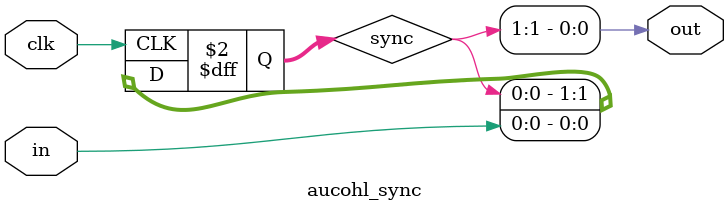
<source format=v>

`default_nettype none
/*
 *-------------------------------------------------------------
 *
 * user_proj_example
 *
 * This is an example of a (trivially simple) user project,
 * showing how the user project can connect to the logic
 * analyzer, the wishbone bus, and the I/O pads.
 *
 * This project generates an integer count, which is output
 * on the user area GPIO pads (digital output only).  The
 * wishbone connection allows the project to be controlled
 * (start and stop) from the management SoC program.
 *
 * See the testbenches in directory "mprj_counter" for the
 * example programs that drive this user project.  The three
 * testbenches are "io_ports", "la_test1", and "la_test2".
 *
 *-------------------------------------------------------------
 */

`define REG_MPRJ_SLAVE       24'h300000 // VCO Based address
`define REG_MPRJ_VCO_CONFIG  8'h00
`define REG_MPRJ_FIFO_DATA   8'h04 // VCO read data from the fifo
`define REG_MPRJ_STATUS      8'h08 // VCO status
`define REG_MPRJ_NUM_DATA    8'h0C // VCO number of data writen into the fifo

module vco_adc_wrapper #(
    parameter BITS = 32,
    parameter MEM_ADDR_W = 9
)(
`ifdef USE_POWER_PINS
    inout vccd1,	// User area 1 1.8V supply
    inout vssd1,	// User area 1 digital ground
`endif
    // Wishbone Slave ports (WB MI A)
    input wb_clk_i,
    input wb_rst_i,
    input wbs_stb_i,
    input wbs_cyc_i,
    input wbs_we_i,
    input [3:0] wbs_sel_i,
    input [31:0] wbs_dat_i,
    input [31:0] wbs_adr_i,
    output wbs_ack_o,
    output [31:0] wbs_dat_o,
    input user_clock2,
    // Logic Analyzer Signals
    // input  [127:0] la_data_in,
    // output [127:0] la_data_out,
    // input  [127:0] la_oenb,

    // IOs
    // input  [`MPRJ_IO_PADS-1:0] io_in,
    // output [`MPRJ_IO_PADS-1:0] io_out,
    output [2:0] io_oeb,

    // IRQ
    // output [2:0] irq,
  // output [9:0] oversample_o,
  // output  sinc_en_o,
  // // output [1:0] adc_sel_o,
  input phase_in,
  // input  adc_dvalid_i,
  // input [31:0] adc_dat_i,
  output vco_enb_o
);

   // localparam MAX_SIZE=2048;
   // localparam MEMSIZE = 1024;

   reg [9:0] oversample_reg;
   reg ena_reg;
   reg adc_sel_reg;
   reg 	     wbs_ack_reg;

   reg [1:0] 	 status_reg;
   reg [2:0] 	 io_en_reg;
   reg [31:0] 	 num_data_reg;
   reg [31:0] 	 data_o;
   reg 		 full_reg;
   reg 		 empty_reg;
   reg 		 ren_1d_reg, ren_2d_reg, ren_3d_reg;
   reg  	 vco_en_reg;
   reg [11:0] 	 num_samples_reg;
   reg [3:0] 	 shift_factor_reg;
   reg [31:0]	 data_reg;
   reg		 div_2_reg;
   reg		 div_2_1d_reg;
   reg 		 capture_mode_reg;
 		 

   wire		 full, empty, fifo_ren, fifo_wen;
   
   wire 		  valid_w;
   wire 		  wen_w;
   wire [BITS-1:0] 	  fifo_out_w;
   wire                   ren_w;
   reg 			  ren_reg;
   wire 		  rst;
   wire 		  slave_sel;
   wire			  adc_dvalid_i; 		  
   wire [31:0]		  adc_dat_i;

   wire 		  async_fifo_full;
   wire 		  vco_en_sync;
   wire 		  async_fifo_empty;
   wire [31:0] 		  async_fifo_data;
   reg [15:0] 		  async_fifo_data_shifted;
   reg 			  wrst_n_reg, rrst_n_reg;

   // synthesis translate_off
   integer 		  rdat_file;
   integer 		  wdat_file;
   // synthesis translate_on
   // assign oversample_o = oversample_reg;
   // assign adc_sel_o = adc_sel_reg;
   // assign sinc_en_o = ena_reg;
   
   assign rst = wb_rst_i;
   assign slave_sel = (wbs_adr_i[31:8] == `REG_MPRJ_SLAVE);
   
   assign valid_w = wbs_cyc_i & wbs_stb_i;
   assign wen_w   = wbs_we_i & (valid_w & wbs_sel_i[0]);
   assign ren_w   = (wbs_we_i == 1'b0) & (valid_w & ~wbs_ack_reg);
   assign fifo_ren = ren_w & slave_sel & (wbs_adr_i[7:0] == `REG_MPRJ_FIFO_DATA);
   assign fifo_wen = (div_2_reg == 1'b0) & (div_2_1d_reg == 1'b1);

   // always @* begin
   //    case (adc_sel_reg)
   // 	2'b00: begin
   // 	   adc_dvalid_tmp <= adc_dvalid_i[0];
   // 	   adc_out <= adc0_dat_i;
   // 	end
   // 	2'b01: begin
   // 	   adc_dvalid_tmp <= adc_dvalid_i[1];
   // 	   adc_out <= adc1_dat_i;
   // 	end
   // 	2'b10: begin
   // 	   adc_dvalid_tmp <= adc_dvalid_i[2];
   // 	   adc_out <= adc2_dat_i;
   // 	end
   // 	default: begin 
   // 	   adc_dvalid_tmp <= adc_dvalid_i[0];
   // 	   adc_out <= adc0_dat_i;
   // 	end
   //    endcase // case (adc_sel)
   // end

   always @(posedge wb_clk_i) begin
      if (rst == 1'b1) begin
	 status_reg <= 2'b0;
      end else begin
	 status_reg <= {full_reg, empty_reg};
     end
   end

   always @(posedge user_clock2) begin
      wrst_n_reg <= ~rst;
   end

   always @(posedge wb_clk_i) begin
      rrst_n_reg <= ~rst;
   end

   always @(posedge wb_clk_i) begin
      if (rst == 1'b1) begin
	 num_data_reg <= {32{1'b0}};
      end else begin
	 if (ren_reg)
	   num_data_reg <= num_data_reg + 1;
      end
   end

   always @(posedge wb_clk_i) begin
      if (rst == 1'b1) begin
	 div_2_reg <= 1'b0;
	 div_2_1d_reg <= 1'b0;
	 ren_reg <= 1'b0;
      end else begin

	 if(ren_reg) div_2_reg <= ~div_2_reg;

	 div_2_1d_reg <= div_2_reg;

	 // if(async_fifo_empty == 1'b0 && ren_1d_reg == 1'b0) ren_reg <= 1'b1; else ren_reg <= 1'b0;
	 // ren_1d_reg <= ren_reg;
	 if (ren_reg) ren_reg <= 1'b0;
	 else if (async_fifo_empty == 1'b0) ren_reg <= 1'b1;
	 
      end

      if (ren_reg)
	data_reg <= {data_reg[15:0], async_fifo_data_shifted};
   end

   // assign async_fifo_data_shifted = async_fifo_data[25:10];
   always @(*)
     case (shift_factor_reg)
       4'h0: async_fifo_data_shifted = {async_fifo_data[31], async_fifo_data[15:1]};
       4'h1: async_fifo_data_shifted = {async_fifo_data[31], async_fifo_data[16:2]};
       4'h2: async_fifo_data_shifted = {async_fifo_data[31], async_fifo_data[17:3]};
       4'h3: async_fifo_data_shifted = {async_fifo_data[31], async_fifo_data[18:4]};
       4'h4: async_fifo_data_shifted = {async_fifo_data[31], async_fifo_data[19:5]};
       4'h5: async_fifo_data_shifted = {async_fifo_data[31], async_fifo_data[20:6]};
       4'h6: async_fifo_data_shifted = {async_fifo_data[31], async_fifo_data[21:7]};
       4'h7: async_fifo_data_shifted = {async_fifo_data[31], async_fifo_data[22:8]};
       4'h8: async_fifo_data_shifted = {async_fifo_data[31], async_fifo_data[23:9]};
       4'h9: async_fifo_data_shifted = {async_fifo_data[31], async_fifo_data[24:10]};
       4'ha: async_fifo_data_shifted = {async_fifo_data[31], async_fifo_data[25:11]};
       4'hb: async_fifo_data_shifted = {async_fifo_data[31], async_fifo_data[26:12]};
       4'hc: async_fifo_data_shifted = {async_fifo_data[31], async_fifo_data[27:13]};
       4'hd: async_fifo_data_shifted = {async_fifo_data[31], async_fifo_data[28:14]};
       4'he: async_fifo_data_shifted = {async_fifo_data[31], async_fifo_data[29:15]};
       4'hf: async_fifo_data_shifted = async_fifo_data[31:16];
       default: async_fifo_data_shifted = {async_fifo_data[31], async_fifo_data[15:1]};
     endcase
   
   always @(posedge wb_clk_i) begin
      if (rst == 1'b1) begin
	 wbs_ack_reg <= 1'b0;
      end else begin
	 wbs_ack_reg <= ((valid_w & (wbs_ack_o == 1'b0))
			 & (wbs_ack_reg == 1'b0));
      end
   end

   assign wbs_ack_o = (valid_w & (wbs_ack_reg == 1'b0)) ? wbs_we_i : wbs_ack_reg;
   
   always @(posedge wb_clk_i) begin
      if (rst == 1'b1) begin
	 oversample_reg		<= 10'b0;
	 ena_reg		<= 3'b0;
	 vco_en_reg		<= 3'h0;
	 num_samples_reg	<= 0;
	 capture_mode_reg		<= 1'b0;
	 shift_factor_reg <= 4'b0;
	 io_en_reg <= 3'b111;
      end else begin
	 if (slave_sel && wen_w && wbs_adr_i[7:0] == 8'h00) begin
	    io_en_reg <= wbs_dat_i[31:29];
	    shift_factor_reg <= wbs_dat_i[28:25];
	    ena_reg		<= wbs_dat_i[24];
	    vco_en_reg		<= wbs_dat_i[23];
	    capture_mode_reg <= wbs_dat_i[22];
	    num_samples_reg     <= wbs_dat_i[21:10];
	    oversample_reg	<= wbs_dat_i[9:0];
	 end else if (num_data_reg == num_samples_reg && capture_mode_reg == 1'b0) begin
	    ena_reg <= 1'b0;
	    vco_en_reg <= 1'b0;
	 end
      end
   end

   always @* begin
      case (wbs_adr_i[7:0]) 
	`REG_MPRJ_VCO_CONFIG: data_o <= {io_en_reg, shift_factor_reg, ena_reg, vco_en_reg,
					 capture_mode_reg, num_samples_reg,
					 oversample_reg};
	`REG_MPRJ_FIFO_DATA:  data_o <= fifo_out_w;
	`REG_MPRJ_STATUS:     data_o <= {30'h0, status_reg};
	`REG_MPRJ_NUM_DATA:   data_o <= num_data_reg;
	default:              data_o <= 32'h0;
      endcase // case (wbs_adr_i[7:0])
      
   end // always @ *

   always @(posedge wb_clk_i) begin
      if (rst == 1'b1) begin
	 full_reg <= 1'b0;
	 empty_reg <= 1'b1;
      end
      else begin
	 full_reg <= full;
	 empty_reg <= empty;
      end
   end // always @ (posedge wb_clk_i)

   vco_adc_fifo vco_adc_fifo_0
     (.clk(wb_clk_i),
      .rst(rst),
      .read_i(fifo_ren),
      .write_i(fifo_wen),
      .data_i(data_reg),
      .data_o(fifo_out_w),
      .full_o(full),
      .empty_o(empty));

  async_fifo as_fifo
    (.wclk(user_clock2),
     .wrst_n(wrst_n_reg),
     .rclk(wb_clk_i),
     .rrst_n(rrst_n_reg),
     .w_en(adc_dvalid_i),
     .r_en(ren_reg),
     .data_in(adc_dat_i),
     .data_out(async_fifo_data),
     .full(async_fifo_full),
     .empty(async_fifo_empty));

   vco_adc vco_adc_0
     (.clk(user_clock2),
      .rst(rst),
      .oversample_in(oversample_reg),
      .enable_in(ena_reg),
      .phase_in(phase_in),
      .data_out(adc_dat_i),
      .data_valid_out(adc_dvalid_i)
      );

   aucohl_sync vco_enb_sync
     (.clk(user_clock2),
      .in(vco_en_reg),
      .out(vco_en_sync));
   
   // IO
   // assign io_out    = fifo_out_w;
   assign io_oeb = io_en_reg;
   //assign irq  = 3'b000;
   assign wbs_dat_o = data_o;
   assign vco_enb_o = ~vco_en_sync;

`ifdef FUNCTIONAL
   // this is for debug only
   initial begin
      rdat_file = $fopen("wb_read_data.txt");
      wdat_file = $fopen("wb_write_data.txt");
   end

   always @(posedge wb_clk_i) begin
      if (full_reg == 1'b1 && fifo_wen == 1'b1)
	$display("Error: Fifo is full but a write is requested: %d", num_data_reg);
   end

   always @(posedge wb_clk_i) begin
      if (empty_reg == 1'b1 && fifo_ren == 1'b1)
	$display("Error: Fifo is empty but a read is requested");
   end

   always @(posedge wb_clk_i) begin
      if (fifo_wen && !full_reg) begin
	 $display("Fifo write: %08X", data_reg);
	 $fwrite(wdat_file, "%08X\n", data_reg);
      end
      if (wbs_ack_o && wbs_adr_i == 32'h30000004) begin
	 $display("Interface read: %08X", fifo_out_w);
	 $fwrite(rdat_file, "%08X\n", fifo_out_w);
      end
      
   end
`endif
endmodule // vco_adc_wrapper

module aucohl_sync #(parameter NUM_STAGES = 2) (
    input wire clk,
    input wire in,
    output wire out
);

    reg [NUM_STAGES-1:0] sync;

    always @(posedge clk)
        sync <= {sync[NUM_STAGES-2:0], in};

    assign out = sync[NUM_STAGES-1];

endmodule

`default_nettype wire


</source>
